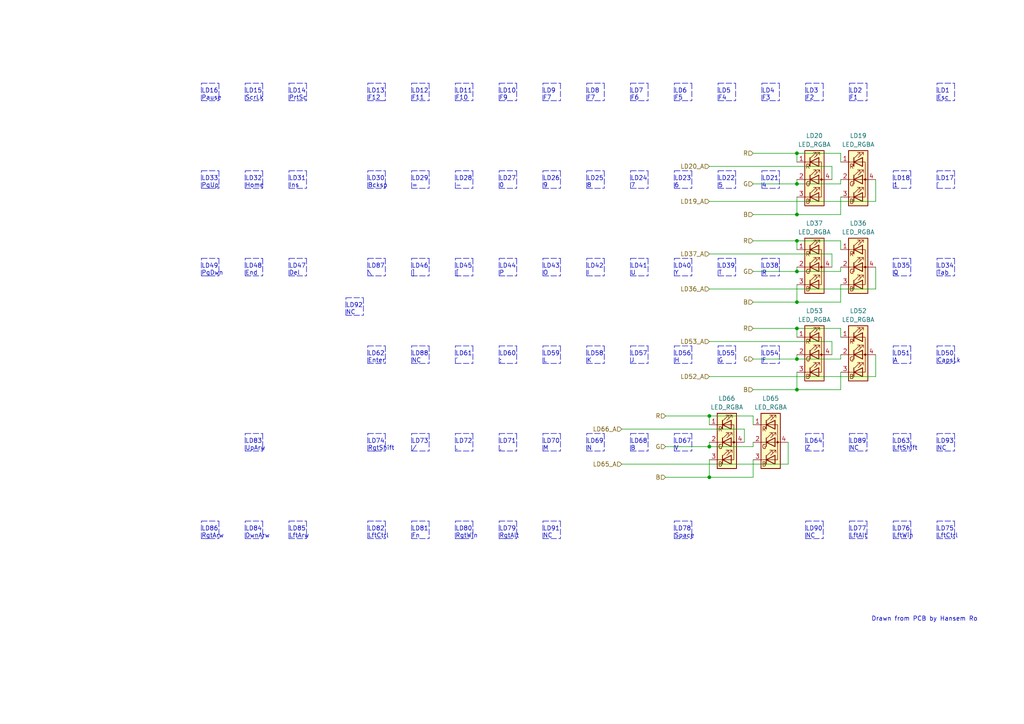
<source format=kicad_sch>
(kicad_sch (version 20211123) (generator eeschema)
  (paper "A4")
  (lib_symbols
    (symbol "Device:LED_RGBA" (pin_names (offset 0) hide)
      (property "Reference" "D" (at 0 9.398 0))
      (property "Value" "LED_RGBA" (at 0 -8.89 0))
      (symbol "LED_RGBA_0_0"
        (text "B" (at -1.905 -6.35 0) (effects (font (size 1.27 1.27))))
        (text "G" (at -1.905 -1.27 0) (effects (font (size 1.27 1.27))))
        (text "R" (at -1.905 3.81 0) (effects (font (size 1.27 1.27))))
      )
      (symbol "LED_RGBA_0_1"
        (polyline (pts (xy -1.27 -5.08) (xy -2.54 -5.08)))
        (polyline (pts (xy -1.27 -5.08) (xy 1.27 -5.08)))
        (polyline (pts (xy -1.27 -3.81) (xy -1.27 -6.35)) (stroke (width 0.254)))
        (polyline (pts (xy -1.27 0) (xy -2.54 0)))
        (polyline (pts (xy -1.27 1.27) (xy -1.27 -1.27)) (stroke (width 0.254)))
        (polyline (pts (xy -1.27 5.08) (xy -2.54 5.08)))
        (polyline (pts (xy -1.27 5.08) (xy 1.27 5.08)))
        (polyline (pts (xy -1.27 6.35) (xy -1.27 3.81)) (stroke (width 0.254)))
        (polyline (pts (xy 1.27 0) (xy -1.27 0)))
        (polyline (pts (xy 1.27 0) (xy 2.54 0)))
        (polyline (pts (xy -1.27 1.27) (xy -1.27 -1.27) (xy -1.27 -1.27)))
        (polyline (pts (xy -1.27 6.35) (xy -1.27 3.81) (xy -1.27 3.81)))
        (polyline (pts (xy 1.27 -5.08) (xy 2.032 -5.08) (xy 2.032 5.08) (xy 1.27 5.08)))
        (polyline (pts (xy 1.27 -3.81) (xy 1.27 -6.35) (xy -1.27 -5.08) (xy 1.27 -3.81)) (stroke (width 0.254)))
        (polyline (pts (xy 1.27 1.27) (xy 1.27 -1.27) (xy -1.27 0) (xy 1.27 1.27)) (stroke (width 0.254)))
        (polyline (pts (xy 1.27 6.35) (xy 1.27 3.81) (xy -1.27 5.08) (xy 1.27 6.35)) (stroke (width 0.254)))
        (polyline (pts (xy -1.016 -3.81) (xy 0.508 -2.286) (xy -0.254 -2.286) (xy 0.508 -2.286) (xy 0.508 -3.048)))
        (polyline (pts (xy -1.016 1.27) (xy 0.508 2.794) (xy -0.254 2.794) (xy 0.508 2.794) (xy 0.508 2.032)))
        (polyline (pts (xy -1.016 6.35) (xy 0.508 7.874) (xy -0.254 7.874) (xy 0.508 7.874) (xy 0.508 7.112)))
        (polyline (pts (xy 0 -3.81) (xy 1.524 -2.286) (xy 0.762 -2.286) (xy 1.524 -2.286) (xy 1.524 -3.048)))
        (polyline (pts (xy 0 1.27) (xy 1.524 2.794) (xy 0.762 2.794) (xy 1.524 2.794) (xy 1.524 2.032)))
        (polyline (pts (xy 0 6.35) (xy 1.524 7.874) (xy 0.762 7.874) (xy 1.524 7.874) (xy 1.524 7.112)))
        (rectangle (start 1.27 -1.27) (end 1.27 1.27))
        (rectangle (start 1.27 1.27) (end 1.27 1.27))
        (rectangle (start 1.27 3.81) (end 1.27 6.35))
        (rectangle (start 1.27 6.35) (end 1.27 6.35))
        (circle (center 2.032 0) (radius 0.254) (fill (type outline)))
        (rectangle (start 2.794 8.382) (end -2.794 -7.62) (stroke (width 0.254)) (fill (type background)))
      )
      (symbol "LED_RGBA_1_1"
        (pin passive line (at -5.08 5.08 0) (length 2.54) (name "RK") (number "1"))
        (pin passive line (at -5.08 0 0) (length 2.54) (name "GK") (number "2"))
        (pin passive line (at -5.08 -5.08 0) (length 2.54) (name "BK") (number "3"))
        (pin passive line (at 5.08 0 180) (length 2.54) (name "A") (number "4"))
      )
    )
  )
  (junction (at 231.14 113.03))
  (junction (at 205.74 129.54))
  (junction (at 205.74 138.43))
  (junction (at 231.14 87.63))
  (junction (at 205.74 120.65))
  (junction (at 231.14 62.23))
  (junction (at 231.14 53.34))
  (junction (at 231.14 95.25))
  (junction (at 231.14 69.85))
  (junction (at 231.14 78.74))
  (junction (at 231.14 44.45))
  (junction (at 231.14 104.14))
  (wire (pts (xy 231.14 102.87) (xy 231.14 104.14)))
  (polyline (pts (xy 208.28 105.41) (xy 208.28 100.33)))
  (polyline (pts (xy 119.38 130.81) (xy 124.46 130.81)))
  (polyline (pts (xy 124.46 49.53) (xy 124.46 54.61)))
  (wire (pts (xy 205.74 109.22) (xy 254 109.22)))
  (polyline (pts (xy 106.68 100.33) (xy 111.76 100.33)))
  (polyline (pts (xy 264.16 74.93) (xy 264.16 80.01)))
  (polyline (pts (xy 111.76 49.53) (xy 111.76 54.61)))
  (polyline (pts (xy 132.08 80.01) (xy 137.16 80.01)))
  (polyline (pts (xy 233.68 29.21) (xy 238.76 29.21)))
  (polyline (pts (xy 200.66 49.53) (xy 200.66 54.61)))
  (polyline (pts (xy 119.38 24.13) (xy 124.46 24.13)))
  (wire (pts (xy 231.14 53.34) (xy 243.84 53.34)))
  (polyline (pts (xy 149.86 49.53) (xy 149.86 54.61)))
  (wire (pts (xy 205.74 58.42) (xy 254 58.42)))
  (polyline (pts (xy 119.38 54.61) (xy 119.38 49.53)))
  (wire (pts (xy 254 77.47) (xy 254 83.82)))
  (polyline (pts (xy 233.68 156.21) (xy 233.68 151.13)))
  (polyline (pts (xy 195.58 151.13) (xy 200.66 151.13)))
  (polyline (pts (xy 271.78 130.81) (xy 271.78 125.73)))
  (wire (pts (xy 180.34 134.62) (xy 228.6 134.62)))
  (wire (pts (xy 231.14 44.45) (xy 231.14 46.99)))
  (polyline (pts (xy 132.08 24.13) (xy 137.16 24.13)))
  (wire (pts (xy 193.04 120.65) (xy 205.74 120.65)))
  (polyline (pts (xy 271.78 80.01) (xy 271.78 74.93)))
  (polyline (pts (xy 200.66 74.93) (xy 200.66 80.01)))
  (polyline (pts (xy 182.88 74.93) (xy 187.96 74.93)))
  (polyline (pts (xy 259.08 49.53) (xy 264.16 49.53)))
  (polyline (pts (xy 88.9 74.93) (xy 88.9 80.01)))
  (polyline (pts (xy 100.33 91.44) (xy 100.33 86.36)))
  (polyline (pts (xy 259.08 54.61) (xy 259.08 49.53)))
  (polyline (pts (xy 220.98 80.01) (xy 226.06 80.01)))
  (polyline (pts (xy 149.86 151.13) (xy 149.86 156.21)))
  (wire (pts (xy 205.74 120.65) (xy 205.74 123.19)))
  (polyline (pts (xy 137.16 49.53) (xy 137.16 54.61)))
  (polyline (pts (xy 187.96 24.13) (xy 187.96 29.21)))
  (polyline (pts (xy 200.66 24.13) (xy 200.66 29.21)))
  (polyline (pts (xy 195.58 24.13) (xy 200.66 24.13)))
  (polyline (pts (xy 175.26 125.73) (xy 175.26 130.81)))
  (polyline (pts (xy 137.16 125.73) (xy 137.16 130.81)))
  (wire (pts (xy 231.14 62.23) (xy 243.84 62.23)))
  (polyline (pts (xy 106.68 29.21) (xy 106.68 24.13)))
  (polyline (pts (xy 208.28 80.01) (xy 213.36 80.01)))
  (polyline (pts (xy 182.88 105.41) (xy 182.88 100.33)))
  (wire (pts (xy 231.14 113.03) (xy 243.84 113.03)))
  (polyline (pts (xy 105.41 86.36) (xy 105.41 91.44)))
  (polyline (pts (xy 144.78 54.61) (xy 149.86 54.61)))
  (polyline (pts (xy 162.56 24.13) (xy 162.56 29.21)))
  (wire (pts (xy 241.3 77.47) (xy 241.3 73.66)))
  (polyline (pts (xy 71.12 29.21) (xy 76.2 29.21)))
  (wire (pts (xy 218.44 78.74) (xy 231.14 78.74)))
  (polyline (pts (xy 119.38 29.21) (xy 119.38 24.13)))
  (polyline (pts (xy 259.08 156.21) (xy 264.16 156.21)))
  (polyline (pts (xy 157.48 105.41) (xy 162.56 105.41)))
  (polyline (pts (xy 157.48 29.21) (xy 162.56 29.21)))
  (polyline (pts (xy 170.18 29.21) (xy 175.26 29.21)))
  (polyline (pts (xy 246.38 24.13) (xy 251.46 24.13)))
  (wire (pts (xy 243.84 87.63) (xy 243.84 82.55)))
  (polyline (pts (xy 208.28 24.13) (xy 213.36 24.13)))
  (polyline (pts (xy 58.42 156.21) (xy 58.42 151.13)))
  (wire (pts (xy 218.44 95.25) (xy 231.14 95.25)))
  (polyline (pts (xy 132.08 74.93) (xy 137.16 74.93)))
  (polyline (pts (xy 144.78 156.21) (xy 144.78 151.13)))
  (polyline (pts (xy 149.86 125.73) (xy 149.86 130.81)))
  (polyline (pts (xy 83.82 49.53) (xy 88.9 49.53)))
  (polyline (pts (xy 220.98 29.21) (xy 226.06 29.21)))
  (polyline (pts (xy 238.76 151.13) (xy 238.76 156.21)))
  (polyline (pts (xy 157.48 24.13) (xy 162.56 24.13)))
  (polyline (pts (xy 182.88 130.81) (xy 187.96 130.81)))
  (polyline (pts (xy 63.5 74.93) (xy 63.5 80.01)))
  (polyline (pts (xy 170.18 80.01) (xy 170.18 74.93)))
  (wire (pts (xy 180.34 124.46) (xy 215.9 124.46)))
  (wire (pts (xy 231.14 104.14) (xy 243.84 104.14)))
  (polyline (pts (xy 132.08 105.41) (xy 137.16 105.41)))
  (polyline (pts (xy 157.48 100.33) (xy 162.56 100.33)))
  (polyline (pts (xy 119.38 105.41) (xy 119.38 100.33)))
  (polyline (pts (xy 119.38 49.53) (xy 124.46 49.53)))
  (polyline (pts (xy 83.82 156.21) (xy 83.82 151.13)))
  (polyline (pts (xy 157.48 49.53) (xy 162.56 49.53)))
  (polyline (pts (xy 276.86 74.93) (xy 276.86 80.01)))
  (polyline (pts (xy 71.12 80.01) (xy 76.2 80.01)))
  (polyline (pts (xy 220.98 54.61) (xy 226.06 54.61)))
  (polyline (pts (xy 246.38 29.21) (xy 251.46 29.21)))
  (polyline (pts (xy 149.86 24.13) (xy 149.86 29.21)))
  (polyline (pts (xy 220.98 54.61) (xy 220.98 49.53)))
  (polyline (pts (xy 182.88 29.21) (xy 182.88 24.13)))
  (polyline (pts (xy 233.68 125.73) (xy 238.76 125.73)))
  (polyline (pts (xy 106.68 24.13) (xy 111.76 24.13)))
  (polyline (pts (xy 83.82 24.13) (xy 88.9 24.13)))
  (wire (pts (xy 205.74 128.27) (xy 205.74 129.54)))
  (polyline (pts (xy 144.78 80.01) (xy 144.78 74.93)))
  (polyline (pts (xy 76.2 151.13) (xy 76.2 156.21)))
  (polyline (pts (xy 71.12 130.81) (xy 71.12 125.73)))
  (polyline (pts (xy 58.42 29.21) (xy 63.5 29.21)))
  (polyline (pts (xy 251.46 24.13) (xy 251.46 29.21)))
  (polyline (pts (xy 132.08 29.21) (xy 137.16 29.21)))
  (polyline (pts (xy 182.88 29.21) (xy 187.96 29.21)))
  (polyline (pts (xy 271.78 29.21) (xy 276.86 29.21)))
  (polyline (pts (xy 137.16 100.33) (xy 137.16 105.41)))
  (polyline (pts (xy 208.28 49.53) (xy 213.36 49.53)))
  (polyline (pts (xy 195.58 29.21) (xy 195.58 24.13)))
  (polyline (pts (xy 119.38 105.41) (xy 124.46 105.41)))
  (wire (pts (xy 193.04 129.54) (xy 205.74 129.54)))
  (polyline (pts (xy 144.78 80.01) (xy 149.86 80.01)))
  (polyline (pts (xy 208.28 105.41) (xy 213.36 105.41)))
  (polyline (pts (xy 182.88 80.01) (xy 187.96 80.01)))
  (wire (pts (xy 193.04 138.43) (xy 205.74 138.43)))
  (polyline (pts (xy 71.12 24.13) (xy 76.2 24.13)))
  (polyline (pts (xy 246.38 29.21) (xy 246.38 24.13)))
  (polyline (pts (xy 106.68 54.61) (xy 106.68 49.53)))
  (wire (pts (xy 254 52.07) (xy 254 58.42)))
  (polyline (pts (xy 83.82 54.61) (xy 83.82 49.53)))
  (polyline (pts (xy 111.76 100.33) (xy 111.76 105.41)))
  (polyline (pts (xy 187.96 49.53) (xy 187.96 54.61)))
  (polyline (pts (xy 271.78 49.53) (xy 276.86 49.53)))
  (polyline (pts (xy 111.76 125.73) (xy 111.76 130.81)))
  (polyline (pts (xy 144.78 54.61) (xy 144.78 49.53)))
  (polyline (pts (xy 208.28 29.21) (xy 213.36 29.21)))
  (polyline (pts (xy 106.68 125.73) (xy 111.76 125.73)))
  (polyline (pts (xy 187.96 125.73) (xy 187.96 130.81)))
  (wire (pts (xy 254 102.87) (xy 254 109.22)))
  (polyline (pts (xy 233.68 29.21) (xy 233.68 24.13)))
  (polyline (pts (xy 106.68 130.81) (xy 111.76 130.81)))
  (polyline (pts (xy 124.46 125.73) (xy 124.46 130.81)))
  (polyline (pts (xy 170.18 125.73) (xy 175.26 125.73)))
  (polyline (pts (xy 111.76 24.13) (xy 111.76 29.21)))
  (polyline (pts (xy 71.12 54.61) (xy 71.12 49.53)))
  (polyline (pts (xy 132.08 54.61) (xy 137.16 54.61)))
  (polyline (pts (xy 83.82 80.01) (xy 88.9 80.01)))
  (polyline (pts (xy 276.86 151.13) (xy 276.86 156.21)))
  (polyline (pts (xy 71.12 49.53) (xy 76.2 49.53)))
  (polyline (pts (xy 187.96 74.93) (xy 187.96 80.01)))
  (polyline (pts (xy 195.58 130.81) (xy 200.66 130.81)))
  (polyline (pts (xy 149.86 100.33) (xy 149.86 105.41)))
  (polyline (pts (xy 170.18 29.21) (xy 170.18 24.13)))
  (polyline (pts (xy 132.08 125.73) (xy 137.16 125.73)))
  (wire (pts (xy 205.74 138.43) (xy 218.44 138.43)))
  (wire (pts (xy 218.44 123.19) (xy 218.44 120.65)))
  (wire (pts (xy 243.84 97.79) (xy 243.84 95.25)))
  (polyline (pts (xy 88.9 24.13) (xy 88.9 29.21)))
  (polyline (pts (xy 208.28 100.33) (xy 213.36 100.33)))
  (polyline (pts (xy 137.16 74.93) (xy 137.16 80.01)))
  (polyline (pts (xy 259.08 130.81) (xy 259.08 125.73)))
  (polyline (pts (xy 106.68 151.13) (xy 111.76 151.13)))
  (polyline (pts (xy 233.68 156.21) (xy 238.76 156.21)))
  (polyline (pts (xy 246.38 130.81) (xy 251.46 130.81)))
  (polyline (pts (xy 213.36 24.13) (xy 213.36 29.21)))
  (polyline (pts (xy 132.08 80.01) (xy 132.08 74.93)))
  (polyline (pts (xy 119.38 156.21) (xy 124.46 156.21)))
  (polyline (pts (xy 233.68 130.81) (xy 238.76 130.81)))
  (polyline (pts (xy 195.58 100.33) (xy 200.66 100.33)))
  (wire (pts (xy 218.44 138.43) (xy 218.44 133.35)))
  (polyline (pts (xy 144.78 74.93) (xy 149.86 74.93)))
  (polyline (pts (xy 213.36 49.53) (xy 213.36 54.61)))
  (polyline (pts (xy 71.12 130.81) (xy 76.2 130.81)))
  (polyline (pts (xy 271.78 156.21) (xy 276.86 156.21)))
  (polyline (pts (xy 162.56 49.53) (xy 162.56 54.61)))
  (polyline (pts (xy 58.42 151.13) (xy 63.5 151.13)))
  (polyline (pts (xy 157.48 105.41) (xy 157.48 100.33)))
  (polyline (pts (xy 259.08 130.81) (xy 264.16 130.81)))
  (polyline (pts (xy 71.12 156.21) (xy 71.12 151.13)))
  (polyline (pts (xy 106.68 156.21) (xy 111.76 156.21)))
  (polyline (pts (xy 106.68 74.93) (xy 111.76 74.93)))
  (polyline (pts (xy 271.78 54.61) (xy 276.86 54.61)))
  (polyline (pts (xy 271.78 54.61) (xy 271.78 49.53)))
  (polyline (pts (xy 195.58 54.61) (xy 200.66 54.61)))
  (polyline (pts (xy 132.08 151.13) (xy 137.16 151.13)))
  (polyline (pts (xy 106.68 105.41) (xy 111.76 105.41)))
  (polyline (pts (xy 58.42 49.53) (xy 63.5 49.53)))
  (polyline (pts (xy 144.78 130.81) (xy 149.86 130.81)))
  (polyline (pts (xy 195.58 54.61) (xy 195.58 49.53)))
  (polyline (pts (xy 187.96 100.33) (xy 187.96 105.41)))
  (wire (pts (xy 218.44 62.23) (xy 231.14 62.23)))
  (polyline (pts (xy 58.42 156.21) (xy 63.5 156.21)))
  (polyline (pts (xy 238.76 24.13) (xy 238.76 29.21)))
  (polyline (pts (xy 132.08 105.41) (xy 132.08 100.33)))
  (polyline (pts (xy 58.42 54.61) (xy 63.5 54.61)))
  (wire (pts (xy 205.74 99.06) (xy 241.3 99.06)))
  (polyline (pts (xy 157.48 156.21) (xy 157.48 151.13)))
  (polyline (pts (xy 63.5 49.53) (xy 63.5 54.61)))
  (polyline (pts (xy 182.88 130.81) (xy 182.88 125.73)))
  (wire (pts (xy 215.9 128.27) (xy 215.9 124.46)))
  (polyline (pts (xy 170.18 130.81) (xy 175.26 130.81)))
  (polyline (pts (xy 259.08 156.21) (xy 259.08 151.13)))
  (polyline (pts (xy 271.78 24.13) (xy 276.86 24.13)))
  (polyline (pts (xy 170.18 105.41) (xy 170.18 100.33)))
  (polyline (pts (xy 132.08 49.53) (xy 137.16 49.53)))
  (polyline (pts (xy 132.08 54.61) (xy 132.08 49.53)))
  (polyline (pts (xy 162.56 151.13) (xy 162.56 156.21)))
  (wire (pts (xy 241.3 102.87) (xy 241.3 99.06)))
  (wire (pts (xy 231.14 57.15) (xy 231.14 62.23)))
  (polyline (pts (xy 157.48 80.01) (xy 162.56 80.01)))
  (polyline (pts (xy 233.68 130.81) (xy 233.68 125.73)))
  (polyline (pts (xy 208.28 80.01) (xy 208.28 74.93)))
  (polyline (pts (xy 175.26 24.13) (xy 175.26 29.21)))
  (polyline (pts (xy 119.38 29.21) (xy 124.46 29.21)))
  (wire (pts (xy 231.14 69.85) (xy 231.14 72.39)))
  (polyline (pts (xy 170.18 49.53) (xy 175.26 49.53)))
  (polyline (pts (xy 271.78 105.41) (xy 276.86 105.41)))
  (polyline (pts (xy 124.46 24.13) (xy 124.46 29.21)))
  (polyline (pts (xy 162.56 125.73) (xy 162.56 130.81)))
  (polyline (pts (xy 271.78 105.41) (xy 271.78 100.33)))
  (polyline (pts (xy 246.38 156.21) (xy 251.46 156.21)))
  (polyline (pts (xy 220.98 105.41) (xy 226.06 105.41)))
  (polyline (pts (xy 195.58 156.21) (xy 200.66 156.21)))
  (polyline (pts (xy 182.88 105.41) (xy 187.96 105.41)))
  (polyline (pts (xy 106.68 29.21) (xy 111.76 29.21)))
  (polyline (pts (xy 76.2 74.93) (xy 76.2 80.01)))
  (polyline (pts (xy 71.12 54.61) (xy 76.2 54.61)))
  (polyline (pts (xy 276.86 24.13) (xy 276.86 29.21)))
  (polyline (pts (xy 259.08 74.93) (xy 264.16 74.93)))
  (polyline (pts (xy 58.42 80.01) (xy 58.42 74.93)))
  (polyline (pts (xy 195.58 130.81) (xy 195.58 125.73)))
  (polyline (pts (xy 226.06 74.93) (xy 226.06 80.01)))
  (polyline (pts (xy 71.12 29.21) (xy 71.12 24.13)))
  (wire (pts (xy 218.44 87.63) (xy 231.14 87.63)))
  (polyline (pts (xy 246.38 130.81) (xy 246.38 125.73)))
  (polyline (pts (xy 144.78 151.13) (xy 149.86 151.13)))
  (polyline (pts (xy 137.16 151.13) (xy 137.16 156.21)))
  (polyline (pts (xy 259.08 105.41) (xy 259.08 100.33)))
  (polyline (pts (xy 226.06 24.13) (xy 226.06 29.21)))
  (wire (pts (xy 218.44 69.85) (xy 231.14 69.85)))
  (polyline (pts (xy 106.68 156.21) (xy 106.68 151.13)))
  (polyline (pts (xy 259.08 54.61) (xy 264.16 54.61)))
  (polyline (pts (xy 271.78 125.73) (xy 276.86 125.73)))
  (polyline (pts (xy 208.28 74.93) (xy 213.36 74.93)))
  (wire (pts (xy 205.74 133.35) (xy 205.74 138.43)))
  (polyline (pts (xy 182.88 54.61) (xy 187.96 54.61)))
  (polyline (pts (xy 170.18 105.41) (xy 175.26 105.41)))
  (polyline (pts (xy 106.68 49.53) (xy 111.76 49.53)))
  (wire (pts (xy 205.74 120.65) (xy 218.44 120.65)))
  (polyline (pts (xy 170.18 100.33) (xy 175.26 100.33)))
  (polyline (pts (xy 220.98 49.53) (xy 226.06 49.53)))
  (polyline (pts (xy 76.2 125.73) (xy 76.2 130.81)))
  (polyline (pts (xy 106.68 54.61) (xy 111.76 54.61)))
  (polyline (pts (xy 259.08 100.33) (xy 264.16 100.33)))
  (polyline (pts (xy 132.08 130.81) (xy 137.16 130.81)))
  (polyline (pts (xy 144.78 24.13) (xy 149.86 24.13)))
  (wire (pts (xy 231.14 44.45) (xy 243.84 44.45)))
  (polyline (pts (xy 76.2 49.53) (xy 76.2 54.61)))
  (polyline (pts (xy 119.38 74.93) (xy 124.46 74.93)))
  (polyline (pts (xy 58.42 80.01) (xy 63.5 80.01)))
  (polyline (pts (xy 246.38 151.13) (xy 251.46 151.13)))
  (polyline (pts (xy 264.16 151.13) (xy 264.16 156.21)))
  (wire (pts (xy 218.44 44.45) (xy 231.14 44.45)))
  (polyline (pts (xy 124.46 74.93) (xy 124.46 80.01)))
  (polyline (pts (xy 195.58 74.93) (xy 200.66 74.93)))
  (polyline (pts (xy 195.58 80.01) (xy 195.58 74.93)))
  (polyline (pts (xy 83.82 29.21) (xy 83.82 24.13)))
  (polyline (pts (xy 132.08 156.21) (xy 137.16 156.21)))
  (wire (pts (xy 243.84 62.23) (xy 243.84 57.15)))
  (polyline (pts (xy 106.68 80.01) (xy 111.76 80.01)))
  (wire (pts (xy 231.14 87.63) (xy 243.84 87.63)))
  (polyline (pts (xy 100.33 91.44) (xy 105.41 91.44)))
  (polyline (pts (xy 213.36 74.93) (xy 213.36 80.01)))
  (polyline (pts (xy 175.26 49.53) (xy 175.26 54.61)))
  (polyline (pts (xy 271.78 74.93) (xy 276.86 74.93)))
  (polyline (pts (xy 83.82 80.01) (xy 83.82 74.93)))
  (polyline (pts (xy 271.78 151.13) (xy 276.86 151.13)))
  (polyline (pts (xy 144.78 49.53) (xy 149.86 49.53)))
  (polyline (pts (xy 226.06 100.33) (xy 226.06 105.41)))
  (polyline (pts (xy 259.08 105.41) (xy 264.16 105.41)))
  (polyline (pts (xy 157.48 156.21) (xy 162.56 156.21)))
  (polyline (pts (xy 220.98 80.01) (xy 220.98 74.93)))
  (polyline (pts (xy 119.38 156.21) (xy 119.38 151.13)))
  (polyline (pts (xy 157.48 125.73) (xy 162.56 125.73)))
  (wire (pts (xy 205.74 48.26) (xy 241.3 48.26)))
  (polyline (pts (xy 144.78 105.41) (xy 149.86 105.41)))
  (polyline (pts (xy 251.46 151.13) (xy 251.46 156.21)))
  (polyline (pts (xy 58.42 24.13) (xy 63.5 24.13)))
  (polyline (pts (xy 264.16 100.33) (xy 264.16 105.41)))
  (polyline (pts (xy 276.86 100.33) (xy 276.86 105.41)))
  (polyline (pts (xy 111.76 74.93) (xy 111.76 80.01)))
  (polyline (pts (xy 233.68 24.13) (xy 238.76 24.13)))
  (polyline (pts (xy 58.42 54.61) (xy 58.42 49.53)))
  (polyline (pts (xy 157.48 74.93) (xy 162.56 74.93)))
  (polyline (pts (xy 157.48 130.81) (xy 162.56 130.81)))
  (wire (pts (xy 231.14 82.55) (xy 231.14 87.63)))
  (polyline (pts (xy 144.78 130.81) (xy 144.78 125.73)))
  (wire (pts (xy 218.44 129.54) (xy 218.44 128.27)))
  (polyline (pts (xy 119.38 80.01) (xy 119.38 74.93)))
  (polyline (pts (xy 182.88 49.53) (xy 187.96 49.53)))
  (polyline (pts (xy 106.68 80.01) (xy 106.68 74.93)))
  (wire (pts (xy 243.84 53.34) (xy 243.84 52.07)))
  (polyline (pts (xy 226.06 49.53) (xy 226.06 54.61)))
  (polyline (pts (xy 213.36 100.33) (xy 213.36 105.41)))
  (polyline (pts (xy 71.12 151.13) (xy 76.2 151.13)))
  (polyline (pts (xy 182.88 24.13) (xy 187.96 24.13)))
  (wire (pts (xy 231.14 77.47) (xy 231.14 78.74)))
  (polyline (pts (xy 157.48 54.61) (xy 157.48 49.53)))
  (polyline (pts (xy 200.66 151.13) (xy 200.66 156.21)))
  (wire (pts (xy 243.84 104.14) (xy 243.84 102.87)))
  (wire (pts (xy 241.3 52.07) (xy 241.3 48.26)))
  (polyline (pts (xy 276.86 49.53) (xy 276.86 54.61)))
  (polyline (pts (xy 88.9 151.13) (xy 88.9 156.21)))
  (wire (pts (xy 205.74 83.82) (xy 254 83.82)))
  (polyline (pts (xy 220.98 74.93) (xy 226.06 74.93)))
  (polyline (pts (xy 182.88 80.01) (xy 182.88 74.93)))
  (polyline (pts (xy 170.18 54.61) (xy 175.26 54.61)))
  (polyline (pts (xy 144.78 125.73) (xy 149.86 125.73)))
  (polyline (pts (xy 119.38 151.13) (xy 124.46 151.13)))
  (polyline (pts (xy 111.76 151.13) (xy 111.76 156.21)))
  (polyline (pts (xy 157.48 54.61) (xy 162.56 54.61)))
  (polyline (pts (xy 63.5 24.13) (xy 63.5 29.21)))
  (polyline (pts (xy 132.08 100.33) (xy 137.16 100.33)))
  (polyline (pts (xy 259.08 80.01) (xy 264.16 80.01)))
  (polyline (pts (xy 233.68 151.13) (xy 238.76 151.13)))
  (polyline (pts (xy 124.46 151.13) (xy 124.46 156.21)))
  (polyline (pts (xy 58.42 74.93) (xy 63.5 74.93)))
  (polyline (pts (xy 119.38 125.73) (xy 124.46 125.73)))
  (polyline (pts (xy 83.82 151.13) (xy 88.9 151.13)))
  (polyline (pts (xy 71.12 125.73) (xy 76.2 125.73)))
  (polyline (pts (xy 271.78 29.21) (xy 271.78 24.13)))
  (polyline (pts (xy 259.08 151.13) (xy 264.16 151.13)))
  (polyline (pts (xy 157.48 130.81) (xy 157.48 125.73)))
  (polyline (pts (xy 195.58 105.41) (xy 200.66 105.41)))
  (polyline (pts (xy 175.26 100.33) (xy 175.26 105.41)))
  (polyline (pts (xy 144.78 100.33) (xy 149.86 100.33)))
  (polyline (pts (xy 264.16 125.73) (xy 264.16 130.81)))
  (polyline (pts (xy 246.38 156.21) (xy 246.38 151.13)))
  (wire (pts (xy 205.74 73.66) (xy 241.3 73.66)))
  (wire (pts (xy 243.84 78.74) (xy 243.84 77.47)))
  (polyline (pts (xy 132.08 130.81) (xy 132.08 125.73)))
  (polyline (pts (xy 200.66 125.73) (xy 200.66 130.81)))
  (polyline (pts (xy 208.28 54.61) (xy 208.28 49.53)))
  (polyline (pts (xy 119.38 100.33) (xy 124.46 100.33)))
  (polyline (pts (xy 83.82 54.61) (xy 88.9 54.61)))
  (polyline (pts (xy 220.98 29.21) (xy 220.98 24.13)))
  (polyline (pts (xy 162.56 100.33) (xy 162.56 105.41)))
  (polyline (pts (xy 149.86 74.93) (xy 149.86 80.01)))
  (polyline (pts (xy 271.78 130.81) (xy 276.86 130.81)))
  (wire (pts (xy 231.14 78.74) (xy 243.84 78.74)))
  (polyline (pts (xy 220.98 105.41) (xy 220.98 100.33)))
  (polyline (pts (xy 182.88 100.33) (xy 187.96 100.33)))
  (polyline (pts (xy 137.16 24.13) (xy 137.16 29.21)))
  (polyline (pts (xy 124.46 100.33) (xy 124.46 105.41)))
  (polyline (pts (xy 71.12 80.01) (xy 71.12 74.93)))
  (polyline (pts (xy 106.68 130.81) (xy 106.68 125.73)))
  (polyline (pts (xy 170.18 80.01) (xy 175.26 80.01)))
  (polyline (pts (xy 170.18 24.13) (xy 175.26 24.13)))
  (polyline (pts (xy 144.78 156.21) (xy 149.86 156.21)))
  (polyline (pts (xy 83.82 29.21) (xy 88.9 29.21)))
  (polyline (pts (xy 220.98 24.13) (xy 226.06 24.13)))
  (polyline (pts (xy 71.12 74.93) (xy 76.2 74.93)))
  (polyline (pts (xy 195.58 125.73) (xy 200.66 125.73)))
  (wire (pts (xy 231.14 69.85) (xy 243.84 69.85)))
  (wire (pts (xy 218.44 104.14) (xy 231.14 104.14)))
  (polyline (pts (xy 246.38 125.73) (xy 251.46 125.73)))
  (polyline (pts (xy 157.48 80.01) (xy 157.48 74.93)))
  (polyline (pts (xy 144.78 29.21) (xy 144.78 24.13)))
  (polyline (pts (xy 208.28 54.61) (xy 213.36 54.61)))
  (polyline (pts (xy 195.58 80.01) (xy 200.66 80.01)))
  (polyline (pts (xy 259.08 125.73) (xy 264.16 125.73)))
  (polyline (pts (xy 170.18 54.61) (xy 170.18 49.53)))
  (wire (pts (xy 231.14 52.07) (xy 231.14 53.34)))
  (polyline (pts (xy 271.78 80.01) (xy 276.86 80.01)))
  (polyline (pts (xy 264.16 49.53) (xy 264.16 54.61)))
  (polyline (pts (xy 111.76 29.21) (xy 110.49 29.21)))
  (polyline (pts (xy 195.58 105.41) (xy 195.58 100.33)))
  (wire (pts (xy 228.6 128.27) (xy 228.6 134.62)))
  (wire (pts (xy 231.14 107.95) (xy 231.14 113.03)))
  (polyline (pts (xy 157.48 29.21) (xy 157.48 24.13)))
  (polyline (pts (xy 208.28 29.21) (xy 208.28 24.13)))
  (polyline (pts (xy 132.08 156.21) (xy 132.08 151.13)))
  (polyline (pts (xy 220.98 100.33) (xy 226.06 100.33)))
  (polyline (pts (xy 175.26 74.93) (xy 175.26 80.01)))
  (polyline (pts (xy 144.78 105.41) (xy 144.78 100.33)))
  (wire (pts (xy 205.74 129.54) (xy 218.44 129.54)))
  (polyline (pts (xy 63.5 151.13) (xy 63.5 156.21)))
  (polyline (pts (xy 170.18 130.81) (xy 170.18 125.73)))
  (polyline (pts (xy 76.2 24.13) (xy 76.2 29.21)))
  (polyline (pts (xy 157.48 151.13) (xy 162.56 151.13)))
  (wire (pts (xy 231.14 95.25) (xy 243.84 95.25)))
  (polyline (pts (xy 71.12 156.21) (xy 76.2 156.21)))
  (wire (pts (xy 218.44 113.03) (xy 231.14 113.03)))
  (polyline (pts (xy 200.66 100.33) (xy 200.66 105.41)))
  (polyline (pts (xy 162.56 74.93) (xy 162.56 80.01)))
  (polyline (pts (xy 195.58 156.21) (xy 195.58 151.13)))
  (polyline (pts (xy 238.76 125.73) (xy 238.76 130.81)))
  (wire (pts (xy 243.84 72.39) (xy 243.84 69.85)))
  (polyline (pts (xy 83.82 74.93) (xy 88.9 74.93)))
  (polyline (pts (xy 259.08 80.01) (xy 259.08 74.93)))
  (polyline (pts (xy 119.38 54.61) (xy 124.46 54.61)))
  (polyline (pts (xy 132.08 29.21) (xy 132.08 24.13)))
  (polyline (pts (xy 276.86 125.73) (xy 276.86 130.81)))
  (polyline (pts (xy 144.78 29.21) (xy 149.86 29.21)))
  (polyline (pts (xy 271.78 100.33) (xy 276.86 100.33)))
  (polyline (pts (xy 195.58 49.53) (xy 200.66 49.53)))
  (polyline (pts (xy 58.42 29.21) (xy 58.42 24.13)))
  (polyline (pts (xy 182.88 125.73) (xy 187.96 125.73)))
  (polyline (pts (xy 251.46 125.73) (xy 251.46 130.81)))
  (polyline (pts (xy 119.38 80.01) (xy 124.46 80.01)))
  (polyline (pts (xy 119.38 130.81) (xy 119.38 125.73)))
  (polyline (pts (xy 83.82 156.21) (xy 88.9 156.21)))
  (wire (pts (xy 243.84 113.03) (xy 243.84 107.95)))
  (wire (pts (xy 218.44 53.34) (xy 231.14 53.34)))
  (polyline (pts (xy 170.18 74.93) (xy 175.26 74.93)))
  (polyline (pts (xy 88.9 49.53) (xy 88.9 54.61)))
  (wire (pts (xy 231.14 95.25) (xy 231.14 97.79)))
  (polyline (pts (xy 106.68 105.41) (xy 106.68 100.33)))
  (polyline (pts (xy 100.33 86.36) (xy 105.41 86.36)))
  (polyline (pts (xy 271.78 156.21) (xy 271.78 151.13)))
  (polyline (pts (xy 182.88 54.61) (xy 182.88 49.53)))
  (polyline (pts (xy 195.58 29.21) (xy 200.66 29.21)))
  (wire (pts (xy 243.84 46.99) (xy 243.84 44.45)))
  (text "LD74\nRgtShift" (at 106.68 130.81 0) (effects (font (size 1.27 1.27)) (justify left bottom)))
  (text "LD76\nLftWin" (at 259.08 156.21 0) (effects (font (size 1.27 1.27)) (justify left bottom)))
  (text "LD59\nL" (at 157.48 105.41 0) (effects (font (size 1.27 1.27)) (justify left bottom)))
  (text "LD71\n," (at 144.78 130.81 0) (effects (font (size 1.27 1.27)) (justify left bottom)))
  (text "LD62\nEnter" (at 106.68 105.41 0) (effects (font (size 1.27 1.27)) (justify left bottom)))
  (text "LD47\nDel" (at 83.82 80.01 0) (effects (font (size 1.27 1.27)) (justify left bottom)))
  (text "LD39\nT" (at 208.28 80.01 0) (effects (font (size 1.27 1.27)) (justify left bottom)))
  (text "LD1\nEsc" (at 271.78 29.21 0) (effects (font (size 1.27 1.27)) (justify left bottom)))
  (text "LD26\n9" (at 157.48 54.61 0) (effects (font (size 1.27 1.27)) (justify left bottom)))
  (text "LD23\n6" (at 195.58 54.61 0) (effects (font (size 1.27 1.27)) (justify left bottom)))
  (text "LD87\n\\" (at 106.68 80.01 0) (effects (font (size 1.27 1.27)) (justify left bottom)))
  (text "LD7\nF6" (at 182.88 29.21 0) (effects (font (size 1.27 1.27)) (justify left bottom)))
  (text "LD38\nR" (at 220.98 80.01 0) (effects (font (size 1.27 1.27)) (justify left bottom)))
  (text "LD29\n=" (at 119.38 54.61 0) (effects (font (size 1.27 1.27)) (justify left bottom)))
  (text "LD4\nF3" (at 220.98 29.21 0) (effects (font (size 1.27 1.27)) (justify left bottom)))
  (text "LD11\nF10" (at 132.08 29.21 0) (effects (font (size 1.27 1.27)) (justify left bottom)))
  (text "LD67\nV" (at 195.58 130.81 0) (effects (font (size 1.27 1.27)) (justify left bottom)))
  (text "LD72\n." (at 132.08 130.81 0) (effects (font (size 1.27 1.27)) (justify left bottom)))
  (text "LD17\n`" (at 271.78 54.61 0) (effects (font (size 1.27 1.27)) (justify left bottom)))
  (text "LD93\nNC" (at 271.78 130.81 0) (effects (font (size 1.27 1.27)) (justify left bottom)))
  (text "LD46\n]" (at 119.38 80.01 0) (effects (font (size 1.27 1.27)) (justify left bottom)))
  (text "LD82\nLftCtrl" (at 106.68 156.21 0) (effects (font (size 1.27 1.27)) (justify left bottom)))
  (text "LD64\nZ" (at 233.68 130.81 0) (effects (font (size 1.27 1.27)) (justify left bottom)))
  (text "LD34\nTab" (at 271.78 80.01 0) (effects (font (size 1.27 1.27)) (justify left bottom)))
  (text "LD3\nF2" (at 233.68 29.21 0) (effects (font (size 1.27 1.27)) (justify left bottom)))
  (text "LD68\nB" (at 182.88 130.81 0) (effects (font (size 1.27 1.27)) (justify left bottom)))
  (text "LD86\nRgtArw" (at 58.42 156.21 0) (effects (font (size 1.27 1.27)) (justify left bottom)))
  (text "LD57\nJ" (at 182.88 105.41 0) (effects (font (size 1.27 1.27)) (justify left bottom)))
  (text "LD32\nHome" (at 71.12 54.61 0) (effects (font (size 1.27 1.27)) (justify left bottom)))
  (text "LD5\nF4" (at 208.28 29.21 0) (effects (font (size 1.27 1.27)) (justify left bottom)))
  (text "LD51\nA" (at 259.08 105.41 0) (effects (font (size 1.27 1.27)) (justify left bottom)))
  (text "LD31\nIns" (at 83.82 54.61 0) (effects (font (size 1.27 1.27)) (justify left bottom)))
  (text "LD89\nNC" (at 246.38 130.81 0) (effects (font (size 1.27 1.27)) (justify left bottom)))
  (text "LD30\nBcksp" (at 106.68 54.61 0) (effects (font (size 1.27 1.27)) (justify left bottom)))
  (text "LD90\nNC" (at 233.68 156.21 0) (effects (font (size 1.27 1.27)) (justify left bottom)))
  (text "LD48\nEnd" (at 71.12 80.01 0) (effects (font (size 1.27 1.27)) (justify left bottom)))
  (text "LD85\nLftArw" (at 83.82 156.21 0) (effects (font (size 1.27 1.27)) (justify left bottom)))
  (text "LD56\nH" (at 195.58 105.41 0) (effects (font (size 1.27 1.27)) (justify left bottom)))
  (text "LD91\nNC" (at 157.48 156.21 0) (effects (font (size 1.27 1.27)) (justify left bottom)))
  (text "LD40\nY" (at 195.58 80.01 0) (effects (font (size 1.27 1.27)) (justify left bottom)))
  (text "LD84\nDwnArw" (at 71.12 156.21 0) (effects (font (size 1.27 1.27)) (justify left bottom)))
  (text "LD61\n'" (at 132.08 105.41 0) (effects (font (size 1.27 1.27)) (justify left bottom)))
  (text "LD24\n7" (at 182.88 54.61 0) (effects (font (size 1.27 1.27)) (justify left bottom)))
  (text "LD2\nF1" (at 246.38 29.21 0) (effects (font (size 1.27 1.27)) (justify left bottom)))
  (text "LD69\nN" (at 170.18 130.81 0) (effects (font (size 1.27 1.27)) (justify left bottom)))
  (text "LD77\nLftAlt" (at 246.38 156.21 0) (effects (font (size 1.27 1.27)) (justify left bottom)))
  (text "LD75\nLftCtrl" (at 271.78 156.21 0) (effects (font (size 1.27 1.27)) (justify left bottom)))
  (text "LD35\nQ" (at 259.08 80.01 0) (effects (font (size 1.27 1.27)) (justify left bottom)))
  (text "LD78\nSpace" (at 195.58 156.21 0) (effects (font (size 1.27 1.27)) (justify left bottom)))
  (text "LD63\nLftShift" (at 259.08 130.81 0) (effects (font (size 1.27 1.27)) (justify left bottom)))
  (text "LD42\nI" (at 170.18 80.01 0) (effects (font (size 1.27 1.27)) (justify left bottom)))
  (text "LD9\nF7" (at 157.48 29.21 0) (effects (font (size 1.27 1.27)) (justify left bottom)))
  (text "LD81\nFn" (at 119.38 156.21 0) (effects (font (size 1.27 1.27)) (justify left bottom)))
  (text "LD12\nF11" (at 119.38 29.21 0) (effects (font (size 1.27 1.27)) (justify left bottom)))
  (text "LD14\nPrtSc" (at 83.82 29.21 0) (effects (font (size 1.27 1.27)) (justify left bottom)))
  (text "LD55\nG" (at 208.28 105.41 0) (effects (font (size 1.27 1.27)) (justify left bottom)))
  (text "LD73\n/" (at 119.38 130.81 0) (effects (font (size 1.27 1.27)) (justify left bottom)))
  (text "LD6\nF5" (at 195.58 29.21 0) (effects (font (size 1.27 1.27)) (justify left bottom)))
  (text "LD58\nK" (at 170.18 105.41 0) (effects (font (size 1.27 1.27)) (justify left bottom)))
  (text "LD83\nUpArw" (at 71.12 130.81 0) (effects (font (size 1.27 1.27)) (justify left bottom)))
  (text "LD16\nPause" (at 58.42 29.21 0) (effects (font (size 1.27 1.27)) (justify left bottom)))
  (text "LD54\nF" (at 220.98 105.41 0) (effects (font (size 1.27 1.27)) (justify left bottom)))
  (text "LD15\nScrLk" (at 71.12 29.21 0) (effects (font (size 1.27 1.27)) (justify left bottom)))
  (text "LD13\nF12" (at 106.68 29.21 0) (effects (font (size 1.27 1.27)) (justify left bottom)))
  (text "LD88\nNC" (at 119.38 105.41 0) (effects (font (size 1.27 1.27)) (justify left bottom)))
  (text "LD22\n5" (at 208.28 54.61 0) (effects (font (size 1.27 1.27)) (justify left bottom)))
  (text "LD70\nM" (at 157.48 130.81 0) (effects (font (size 1.27 1.27)) (justify left bottom)))
  (text "LD50\nCapsLk" (at 271.78 105.41 0) (effects (font (size 1.27 1.27)) (justify left bottom)))
  (text "LD60\n;" (at 144.78 105.41 0) (effects (font (size 1.27 1.27)) (justify left bottom)))
  (text "LD33\nPgUp" (at 58.42 54.61 0) (effects (font (size 1.27 1.27)) (justify left bottom)))
  (text "LD41\nU" (at 182.88 80.01 0) (effects (font (size 1.27 1.27)) (justify left bottom)))
  (text "LD25\n8" (at 170.18 54.61 0) (effects (font (size 1.27 1.27)) (justify left bottom)))
  (text "LD18\n1" (at 259.08 54.61 0) (effects (font (size 1.27 1.27)) (justify left bottom)))
  (text "LD28\n-" (at 132.08 54.61 0) (effects (font (size 1.27 1.27)) (justify left bottom)))
  (text "LD8\nF7" (at 170.18 29.21 0) (effects (font (size 1.27 1.27)) (justify left bottom)))
  (text "LD80\nRgtWin" (at 132.08 156.21 0) (effects (font (size 1.27 1.27)) (justify left bottom)))
  (text "Drawn from PCB by Hansem Ro" (at 252.73 180.34 0) (effects (font (size 1.27 1.27)) (justify left bottom)))
  (text "LD44\nP" (at 144.78 80.01 0) (effects (font (size 1.27 1.27)) (justify left bottom)))
  (text "LD10\nF9" (at 144.78 29.21 0) (effects (font (size 1.27 1.27)) (justify left bottom)))
  (text "LD45\n[" (at 132.08 80.01 0) (effects (font (size 1.27 1.27)) (justify left bottom)))
  (text "LD92\nNC" (at 100.33 91.44 0) (effects (font (size 1.27 1.27)) (justify left bottom)))
  (text "LD27\n0" (at 144.78 54.61 0) (effects (font (size 1.27 1.27)) (justify left bottom)))
  (text "LD79\nRgtAlt" (at 144.78 156.21 0) (effects (font (size 1.27 1.27)) (justify left bottom)))
  (text "LD43\nO" (at 157.48 80.01 0) (effects (font (size 1.27 1.27)) (justify left bottom)))
  (text "LD49\nPgDwn" (at 58.42 80.01 0) (effects (font (size 1.27 1.27)) (justify left bottom)))
  (text "LD21\n4" (at 220.98 54.61 0) (effects (font (size 1.27 1.27)) (justify left bottom)))
  (hierarchical_label "G" (shape input) (at 218.44 53.34 180))
  (hierarchical_label "LD66_A" (shape input) (at 180.34 124.46 180))
  (hierarchical_label "R" (shape input) (at 218.44 44.45 180))
  (hierarchical_label "LD65_A" (shape input) (at 180.34 134.62 180))
  (hierarchical_label "G" (shape input) (at 193.04 129.54 180))
  (hierarchical_label "B" (shape input) (at 193.04 138.43 180))
  (hierarchical_label "B" (shape input) (at 218.44 62.23 180))
  (hierarchical_label "LD36_A" (shape input) (at 205.74 83.82 180))
  (hierarchical_label "R" (shape input) (at 218.44 95.25 180))
  (hierarchical_label "LD37_A" (shape input) (at 205.74 73.66 180))
  (hierarchical_label "LD20_A" (shape input) (at 205.74 48.26 180))
  (hierarchical_label "LD19_A" (shape input) (at 205.74 58.42 180))
  (hierarchical_label "B" (shape input) (at 218.44 87.63 180))
  (hierarchical_label "LD53_A" (shape input) (at 205.74 99.06 180))
  (hierarchical_label "R" (shape input) (at 218.44 69.85 180))
  (hierarchical_label "G" (shape input) (at 218.44 104.14 180))
  (hierarchical_label "B" (shape input) (at 218.44 113.03 180))
  (hierarchical_label "LD52_A" (shape input) (at 205.74 109.22 180))
  (hierarchical_label "R" (shape input) (at 193.04 120.65 180))
  (hierarchical_label "G" (shape input) (at 218.44 78.74 180))
  (symbol (lib_id "Device:LED_RGBA") (at 236.22 102.87 0) (unit 1)
    (property "Reference" "LD53" (at 236.22 90.17 0))
    (property "Value" "LED_RGBA" (at 236.22 92.71 0))
  )
  (symbol (lib_id "Device:LED_RGBA") (at 248.92 77.47 0) (unit 1)
    (property "Reference" "LD36" (at 248.92 64.77 0))
    (property "Value" "LED_RGBA" (at 248.92 67.31 0))
  )
  (symbol (lib_id "Device:LED_RGBA") (at 210.82 128.27 0) (unit 1)
    (property "Reference" "LD66" (at 210.82 115.57 0))
    (property "Value" "LED_RGBA" (at 210.82 118.11 0))
  )
  (symbol (lib_id "Device:LED_RGBA") (at 248.92 52.07 0) (unit 1)
    (property "Reference" "LD19" (at 248.92 39.37 0))
    (property "Value" "LED_RGBA" (at 248.92 41.91 0))
  )
  (symbol (lib_id "Device:LED_RGBA") (at 236.22 52.07 0) (unit 1)
    (property "Reference" "LD20" (at 236.22 39.37 0))
    (property "Value" "LED_RGBA" (at 236.22 41.91 0))
  )
  (symbol (lib_id "Device:LED_RGBA") (at 248.92 102.87 0) (unit 1)
    (property "Reference" "LD52" (at 248.92 90.17 0))
    (property "Value" "LED_RGBA" (at 248.92 92.71 0))
  )
  (symbol (lib_id "Device:LED_RGBA") (at 236.22 77.47 0) (unit 1)
    (property "Reference" "LD37" (at 236.22 64.77 0))
    (property "Value" "LED_RGBA" (at 236.22 67.31 0))
  )
  (symbol (lib_id "Device:LED_RGBA") (at 223.52 128.27 0) (unit 1)
    (property "Reference" "LD65" (at 223.52 115.57 0))
    (property "Value" "LED_RGBA" (at 223.52 118.11 0))
  )
)
</source>
